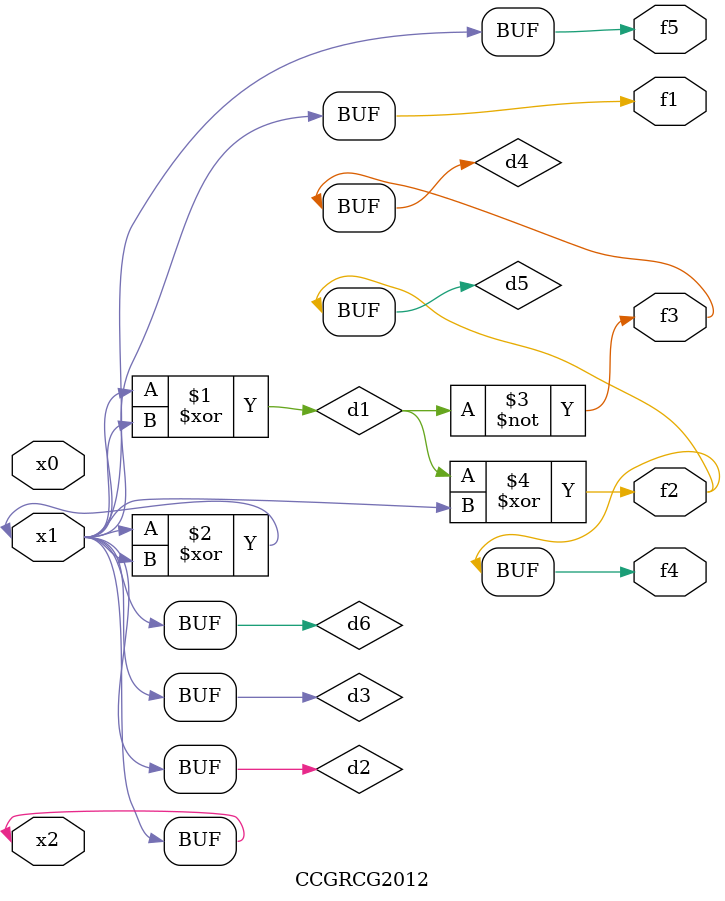
<source format=v>
module CCGRCG2012(
	input x0, x1, x2,
	output f1, f2, f3, f4, f5
);

	wire d1, d2, d3, d4, d5, d6;

	xor (d1, x1, x2);
	buf (d2, x1, x2);
	xor (d3, x1, x2);
	nor (d4, d1);
	xor (d5, d1, d2);
	buf (d6, d2, d3);
	assign f1 = d6;
	assign f2 = d5;
	assign f3 = d4;
	assign f4 = d5;
	assign f5 = d6;
endmodule

</source>
